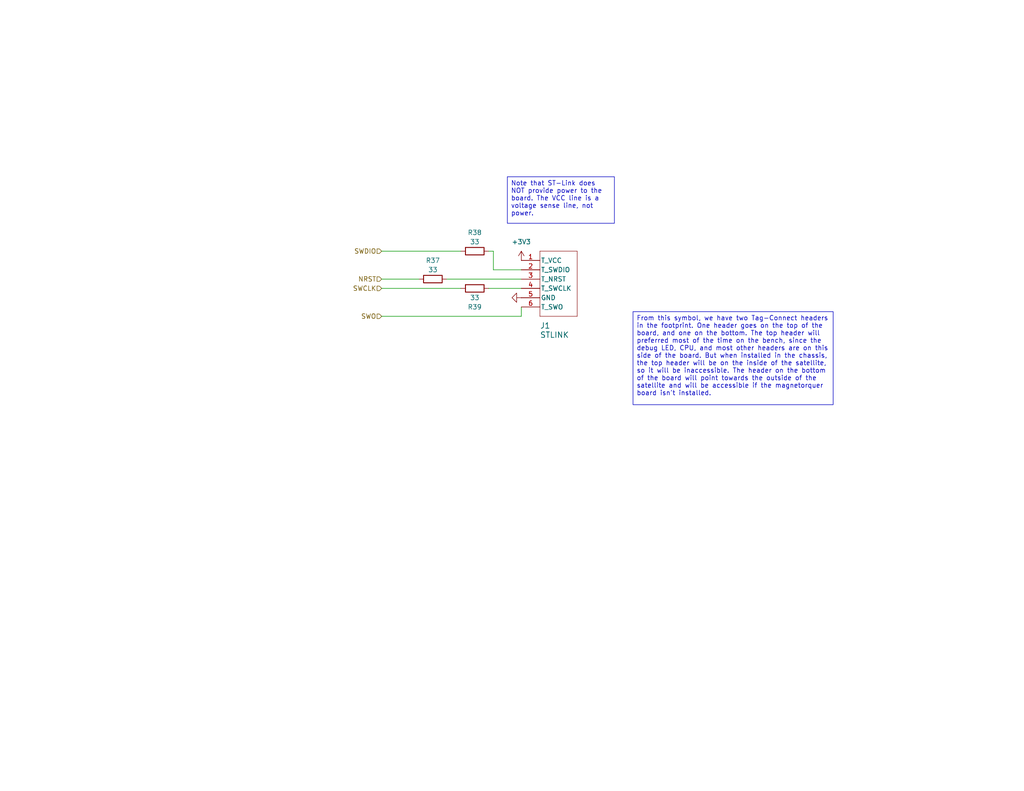
<source format=kicad_sch>
(kicad_sch (version 20231120) (generator "eeschema") (generator_version "8.0")
  (paper "USLetter")
  (lib_symbols
    (symbol "Device:R" (pin_numbers hide) (pin_names (offset 0))
      (property "Reference" "R" (at 2.032 0 90))
      (property "Value" "R" (at 0 0 90))
      (symbol "R_0_1"
        (rectangle (start -1.016 -2.54) (end 1.016 2.54) (stroke (width 0.254)))
      )
      (symbol "R_1_1"
        (pin passive line (at 0 3.81 270) (length 1.27) (name "~") (number "1"))
        (pin passive line (at 0 -3.81 90) (length 1.27) (name "~") (number "2"))
      )
    )
    (symbol "TVSC:STLINK_TagConnect_6" (pin_names (offset 0.254)) (in_bom no)
      (property "Reference" "J" (at 0 6.35 0))
      (property "Value" "STLINK_TagConnect_6" (at 0 -15.24 0))
      (symbol "STLINK_TagConnect_6_1_1"
        (polyline (pts (xy -5.08 -12.7) (xy 5.08 -12.7)) (stroke (width 0.127)))
        (polyline (pts (xy -5.08 5.08) (xy -5.08 -12.7)) (stroke (width 0.127)))
        (polyline (pts (xy 5.08 -12.7) (xy 5.08 5.08)) (stroke (width 0.127)))
        (polyline (pts (xy 5.08 5.08) (xy -5.08 5.08)) (stroke (width 0.127)))
        (pin power_in line (at -10.16 2.54 0) (length 5.08) (name "T_VCC") (number "1"))
        (pin bidirectional line (at -10.16 0 0) (length 5.08) (name "T_SWDIO") (number "2"))
        (pin open_collector line (at -10.16 -2.54 0) (length 5.08) (name "T_NRST") (number "3"))
        (pin output line (at -10.16 -5.08 0) (length 5.08) (name "T_SWCLK") (number "4"))
        (pin power_in line (at -10.16 -7.62 0) (length 5.08) (name "GND") (number "5"))
        (pin input line (at -10.16 -10.16 0) (length 5.08) (name "T_SWO") (number "6"))
      )
      (symbol "STLINK_TagConnect_6_1_2"
        (polyline (pts (xy 5.08 -20.32) (xy 12.7 -20.32)) (stroke (width 0.127)))
        (polyline (pts (xy 5.08 2.54) (xy 5.08 -20.32)) (stroke (width 0.127)))
        (polyline (pts (xy 7.62 -17.78) (xy 5.08 -17.78)) (stroke (width 0.127)))
        (polyline (pts (xy 7.62 -17.78) (xy 8.89 -18.6267)) (stroke (width 0.127)))
        (polyline (pts (xy 7.62 -17.78) (xy 8.89 -16.9333)) (stroke (width 0.127)))
        (polyline (pts (xy 7.62 -15.24) (xy 5.08 -15.24)) (stroke (width 0.127)))
        (polyline (pts (xy 7.62 -15.24) (xy 8.89 -16.0867)) (stroke (width 0.127)))
        (polyline (pts (xy 7.62 -15.24) (xy 8.89 -14.3933)) (stroke (width 0.127)))
        (polyline (pts (xy 7.62 -12.7) (xy 5.08 -12.7)) (stroke (width 0.127)))
        (polyline (pts (xy 7.62 -12.7) (xy 8.89 -13.5467)) (stroke (width 0.127)))
        (polyline (pts (xy 7.62 -12.7) (xy 8.89 -11.8533)) (stroke (width 0.127)))
        (polyline (pts (xy 7.62 -10.16) (xy 5.08 -10.16)) (stroke (width 0.127)))
        (polyline (pts (xy 7.62 -10.16) (xy 8.89 -11.0067)) (stroke (width 0.127)))
        (polyline (pts (xy 7.62 -10.16) (xy 8.89 -9.3133)) (stroke (width 0.127)))
        (polyline (pts (xy 7.62 -7.62) (xy 5.08 -7.62)) (stroke (width 0.127)))
        (polyline (pts (xy 7.62 -7.62) (xy 8.89 -8.4667)) (stroke (width 0.127)))
        (polyline (pts (xy 7.62 -7.62) (xy 8.89 -6.7733)) (stroke (width 0.127)))
        (polyline (pts (xy 7.62 -5.08) (xy 5.08 -5.08)) (stroke (width 0.127)))
        (polyline (pts (xy 7.62 -5.08) (xy 8.89 -5.9267)) (stroke (width 0.127)))
        (polyline (pts (xy 7.62 -5.08) (xy 8.89 -4.2333)) (stroke (width 0.127)))
        (polyline (pts (xy 7.62 -2.54) (xy 5.08 -2.54)) (stroke (width 0.127)))
        (polyline (pts (xy 7.62 -2.54) (xy 8.89 -3.3867)) (stroke (width 0.127)))
        (polyline (pts (xy 7.62 -2.54) (xy 8.89 -1.6933)) (stroke (width 0.127)))
        (polyline (pts (xy 7.62 0) (xy 5.08 0)) (stroke (width 0.127)))
        (polyline (pts (xy 7.62 0) (xy 8.89 -0.8467)) (stroke (width 0.127)))
        (polyline (pts (xy 7.62 0) (xy 8.89 0.8467)) (stroke (width 0.127)))
        (polyline (pts (xy 12.7 -20.32) (xy 12.7 2.54)) (stroke (width 0.127)))
        (polyline (pts (xy 12.7 2.54) (xy 5.08 2.54)) (stroke (width 0.127)))
        (pin unspecified line (at 0 0 0) (length 5.08) (name "1") (number "1"))
        (pin unspecified line (at 0 -2.54 0) (length 5.08) (name "2") (number "2"))
        (pin unspecified line (at 0 -5.08 0) (length 5.08) (name "3") (number "3"))
        (pin unspecified line (at 0 -7.62 0) (length 5.08) (name "4") (number "4"))
        (pin unspecified line (at 0 -10.16 0) (length 5.08) (name "5") (number "5"))
        (pin unspecified line (at 0 -12.7 0) (length 5.08) (name "6") (number "6"))
        (pin unspecified line (at 0 -15.24 0) (length 5.08) (name "7") (number "7"))
        (pin unspecified line (at 0 -17.78 0) (length 5.08) (name "8") (number "8"))
      )
    )
    (symbol "power:+3V3" (power) (pin_numbers hide) (pin_names (offset 0) hide)
      (property "Value" "+3V3" (at 0 3.556 0))
      (symbol "+3V3_0_1"
        (polyline (pts (xy -0.762 1.27) (xy 0 2.54)))
        (polyline (pts (xy 0 0) (xy 0 2.54)))
        (polyline (pts (xy 0 2.54) (xy 0.762 1.27)))
      )
      (symbol "+3V3_1_1"
        (pin power_in line (at 0 0 90) (length 0) (name "~") (number "1"))
      )
    )
    (symbol "power:GND" (power) (pin_numbers hide) (pin_names (offset 0) hide)
      (property "Value" "GND" (at 0 -3.81 0))
      (symbol "GND_0_1"
        (polyline (pts (xy 0 0) (xy 0 -1.27) (xy 1.27 -1.27) (xy 0 -2.54) (xy -1.27 -1.27) (xy 0 -1.27)))
      )
      (symbol "GND_1_1"
        (pin power_in line (at 0 0 270) (length 0) (name "~") (number "1"))
      )
    )
  )
  (wire (pts (xy 133.35 78.74) (xy 142.24 78.74)))
  (wire (pts (xy 104.14 76.2) (xy 114.3 76.2)))
  (wire (pts (xy 134.62 68.58) (xy 134.62 73.66)))
  (wire (pts (xy 104.14 78.74) (xy 125.73 78.74)))
  (wire (pts (xy 134.62 73.66) (xy 142.24 73.66)))
  (wire (pts (xy 133.35 68.58) (xy 134.62 68.58)))
  (wire (pts (xy 104.14 86.36) (xy 142.24 86.36)))
  (wire (pts (xy 121.92 76.2) (xy 142.24 76.2)))
  (wire (pts (xy 104.14 68.58) (xy 125.73 68.58)))
  (wire (pts (xy 142.24 86.36) (xy 142.24 83.82)))
  (text_box "Note that ST-Link does NOT provide power to the board. The VCC line is a voltage sense line, not power." (at 138.43 48.26 0) (size 29.21 12.7) (effects (font (size 1.27 1.27)) (justify left top)))
  (text_box "From this symbol, we have two Tag-Connect headers in the footprint. One header goes on the top of the board, and one on the bottom. The top header will preferred most of the time on the bench, since the debug LED, CPU, and most other headers are on this side of the board. But when installed in the chassis, the top header will be on the inside of the satellite, so it will be inaccessible. The header on the bottom of the board will point towards the outside of the satellite and will be accessible if the magnetorquer board isn't installed." (at 172.72 85.09 0) (size 54.61 25.4) (effects (font (size 1.27 1.27)) (justify left top)))
  (hierarchical_label "SWDIO" (shape input) (at 104.14 68.58 180))
  (hierarchical_label "SWCLK" (shape input) (at 104.14 78.74 180))
  (hierarchical_label "SWO" (shape input) (at 104.14 86.36 180))
  (hierarchical_label "NRST" (shape input) (at 104.14 76.2 180))
  (symbol (lib_id "Device:R") (at 129.54 78.74 90) (mirror x) (unit 1)
    (property "Reference" "R39" (at 129.54 83.82 90))
    (property "Value" "33" (at 129.54 81.28 90))
    (property "Footprint" "footprints:Nondescript_R_0402_1005Metric" (effects (hide yes)))
    (property "Description" "Resistor" (effects (hide yes)))
    (property "Active" "Y" (effects (hide yes)))
    (property "Basic or Extended Component" "Basic" (effects (hide yes)))
    (property "MPN" "C25105" (effects (hide yes)))
    (property "Manufacturer" "UNI-ROYAL(Uniroyal Elec)" (effects (hide yes)))
    (property "Manufacturer Part Number" "0402WGF330JTCE" (effects (hide yes)))
  )
  (symbol (lib_id "Device:R") (at 118.11 76.2 90) (mirror x) (unit 1)
    (property "Reference" "R37" (at 118.11 71.12 90))
    (property "Value" "33" (at 118.11 73.66 90))
    (property "Footprint" "footprints:Nondescript_R_0402_1005Metric" (effects (hide yes)))
    (property "Description" "Resistor" (effects (hide yes)))
    (property "Active" "Y" (effects (hide yes)))
    (property "Basic or Extended Component" "Basic" (effects (hide yes)))
    (property "MPN" "C25105" (effects (hide yes)))
    (property "Manufacturer" "UNI-ROYAL(Uniroyal Elec)" (effects (hide yes)))
    (property "Manufacturer Part Number" "0402WGF330JTCE" (effects (hide yes)))
  )
  (symbol (lib_id "TVSC:STLINK_TagConnect_6") (at 152.4 73.66 0) (unit 1) (in_bom no)
    (property "Reference" "J1" (at 147.32 88.9 0) (effects (font (size 1.524 1.524)) (justify left)))
    (property "Value" "STLINK" (at 147.32 91.44 0) (effects (font (size 1.524 1.524)) (justify left)))
    (property "Footprint" "footprints:Double-Sided_Tag-Connect_TC2030-IDC-NL_2x03_P1.27mm_Vertical" (effects (hide yes)))
    (property "Datasheet" "https://www.tag-connect.com/wp-content/uploads/bsk-pdf-manager/TC2030-CTX_1.pdf" (effects (hide yes)))
    (property "MPN" "NA" (effects (hide yes)))
    (property "Active" "Y" (effects (hide yes)))
  )
  (symbol (lib_id "Device:R") (at 129.54 68.58 90) (unit 1)
    (property "Reference" "R38" (at 129.54 63.5 90))
    (property "Value" "33" (at 129.54 66.04 90))
    (property "Footprint" "footprints:Nondescript_R_0402_1005Metric" (effects (hide yes)))
    (property "Description" "Resistor" (effects (hide yes)))
    (property "Active" "Y" (effects (hide yes)))
    (property "Basic or Extended Component" "Basic" (effects (hide yes)))
    (property "MPN" "C25105" (effects (hide yes)))
    (property "Manufacturer" "UNI-ROYAL(Uniroyal Elec)" (effects (hide yes)))
    (property "Manufacturer Part Number" "0402WGF330JTCE" (effects (hide yes)))
  )
  (symbol (lib_id "power:+3V3") (at 142.24 71.12 0) (unit 1)
    (property "Reference" "#PWR71" (effects (hide yes)))
    (property "Value" "+3V3" (at 142.24 66.04 0))
    (property "Description" "Power symbol creates a global label with name \"+3V3\"" (effects (hide yes)))
  )
  (symbol (lib_id "power:GND") (at 142.24 81.28 270) (unit 1)
    (property "Reference" "#PWR72" (effects (hide yes)))
    (property "Value" "GND" (effects (hide yes)))
    (property "Description" "Power symbol creates a global label with name \"GND\" , ground" (effects (hide yes)))
  )
)
</source>
